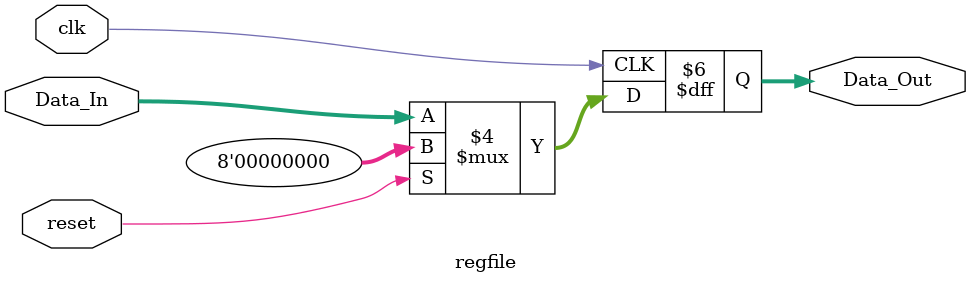
<source format=v>
`timescale 1ns / 1ps
module regfile #(parameter WIDTH = 8)(
		input clk,
		input reset,
		input [WIDTH-1:0] Data_In,
		output reg [WIDTH-1:0] Data_Out
		);
		
		initial begin
		Data_Out <= 0;
		end
		
	always @(posedge clk)
		if(reset)
			Data_Out <=  0;
		else
			Data_Out <= Data_In;
			
endmodule

</source>
